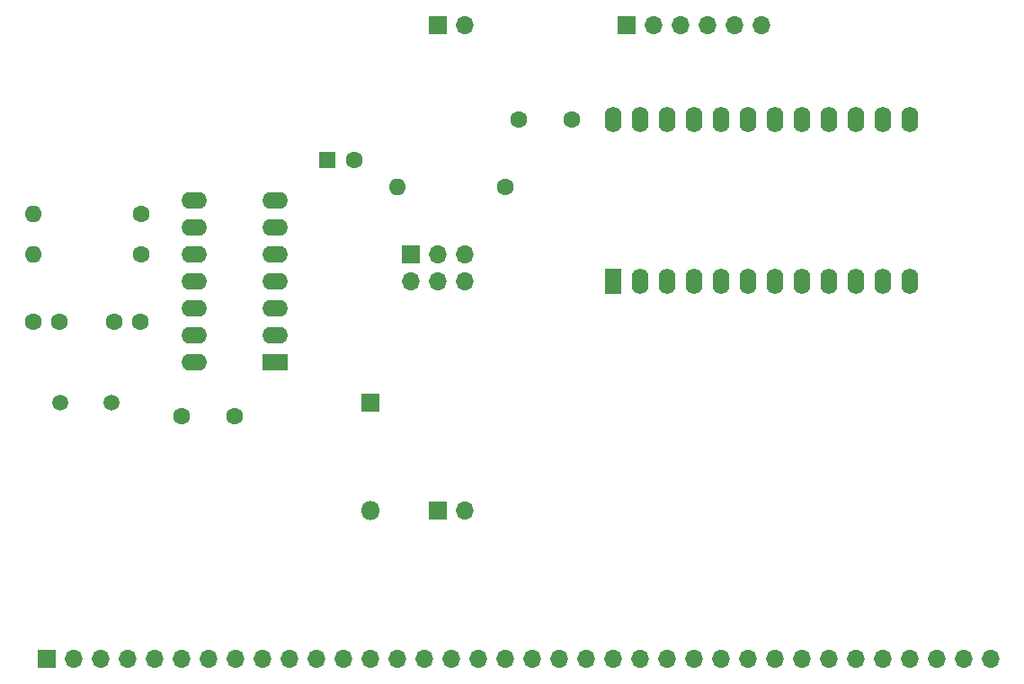
<source format=gbr>
%TF.GenerationSoftware,KiCad,Pcbnew,6.0.11+dfsg-1*%
%TF.CreationDate,2026-01-02T12:46:01+01:00*%
%TF.ProjectId,6750seriale,36373530-7365-4726-9961-6c652e6b6963,rev?*%
%TF.SameCoordinates,Original*%
%TF.FileFunction,Soldermask,Top*%
%TF.FilePolarity,Negative*%
%FSLAX46Y46*%
G04 Gerber Fmt 4.6, Leading zero omitted, Abs format (unit mm)*
G04 Created by KiCad (PCBNEW 6.0.11+dfsg-1) date 2026-01-02 12:46:01*
%MOMM*%
%LPD*%
G01*
G04 APERTURE LIST*
%ADD10R,1.700000X1.700000*%
%ADD11O,1.700000X1.700000*%
%ADD12R,1.800000X1.800000*%
%ADD13O,1.800000X1.800000*%
%ADD14C,1.600000*%
%ADD15O,1.600000X1.600000*%
%ADD16C,1.500000*%
%ADD17R,1.600000X2.400000*%
%ADD18O,1.600000X2.400000*%
%ADD19R,1.600000X1.600000*%
%ADD20R,2.400000X1.600000*%
%ADD21O,2.400000X1.600000*%
G04 APERTURE END LIST*
D10*
%TO.C,RESET*%
X127000000Y-116840000D03*
D11*
X129540000Y-116840000D03*
%TD*%
D10*
%TO.C,VCC*%
X127000000Y-71120000D03*
D11*
X129540000Y-71120000D03*
%TD*%
D12*
%TO.C,4148*%
X120650000Y-106680000D03*
D13*
X120650000Y-116840000D03*
%TD*%
D14*
%TO.C,1k*%
X99060000Y-92710000D03*
D15*
X88900000Y-92710000D03*
%TD*%
D14*
%TO.C,22pF*%
X88900000Y-99060000D03*
X91400000Y-99060000D03*
%TD*%
D10*
%TO.C,REF\u002A\u002A*%
X90170000Y-130810000D03*
D11*
X92710000Y-130810000D03*
X95250000Y-130810000D03*
X97790000Y-130810000D03*
X100330000Y-130810000D03*
X102870000Y-130810000D03*
X105410000Y-130810000D03*
X107950000Y-130810000D03*
X110490000Y-130810000D03*
X113030000Y-130810000D03*
X115570000Y-130810000D03*
X118110000Y-130810000D03*
X120650000Y-130810000D03*
X123190000Y-130810000D03*
X125730000Y-130810000D03*
X128270000Y-130810000D03*
X130810000Y-130810000D03*
X133350000Y-130810000D03*
X135890000Y-130810000D03*
X138430000Y-130810000D03*
X140970000Y-130810000D03*
X143510000Y-130810000D03*
X146050000Y-130810000D03*
X148590000Y-130810000D03*
X151130000Y-130810000D03*
X153670000Y-130810000D03*
X156210000Y-130810000D03*
X158750000Y-130810000D03*
X161290000Y-130810000D03*
X163830000Y-130810000D03*
X166370000Y-130810000D03*
X168910000Y-130810000D03*
X171450000Y-130810000D03*
X173990000Y-130810000D03*
X176530000Y-130810000D03*
X179070000Y-130810000D03*
%TD*%
D14*
%TO.C,100nF*%
X134620000Y-80010000D03*
X139620000Y-80010000D03*
%TD*%
%TO.C,REF\u002A\u002A*%
X102910000Y-107950000D03*
X107910000Y-107950000D03*
%TD*%
%TO.C,100k*%
X133350000Y-86360000D03*
D15*
X123190000Y-86360000D03*
%TD*%
D16*
%TO.C,73728*%
X91440000Y-106680000D03*
X96340000Y-106680000D03*
%TD*%
D17*
%TO.C,MC68B50*%
X143505000Y-95230000D03*
D18*
X146045000Y-95230000D03*
X148585000Y-95230000D03*
X151125000Y-95230000D03*
X153665000Y-95230000D03*
X156205000Y-95230000D03*
X158745000Y-95230000D03*
X161285000Y-95230000D03*
X163825000Y-95230000D03*
X166365000Y-95230000D03*
X168905000Y-95230000D03*
X171445000Y-95230000D03*
X171445000Y-79990000D03*
X168905000Y-79990000D03*
X166365000Y-79990000D03*
X163825000Y-79990000D03*
X161285000Y-79990000D03*
X158745000Y-79990000D03*
X156205000Y-79990000D03*
X153665000Y-79990000D03*
X151125000Y-79990000D03*
X148585000Y-79990000D03*
X146045000Y-79990000D03*
X143505000Y-79990000D03*
%TD*%
D10*
%TO.C,REF\u002A\u002A*%
X144780000Y-71120000D03*
D11*
X147320000Y-71120000D03*
X149860000Y-71120000D03*
X152400000Y-71120000D03*
X154940000Y-71120000D03*
X157480000Y-71120000D03*
%TD*%
D14*
%TO.C,22pF*%
X96520000Y-99060000D03*
X99020000Y-99060000D03*
%TD*%
D10*
%TO.C,REF\u002A\u002A*%
X124475000Y-92690000D03*
D11*
X124475000Y-95230000D03*
X127015000Y-92690000D03*
X127015000Y-95230000D03*
X129555000Y-92690000D03*
X129555000Y-95230000D03*
%TD*%
D19*
%TO.C,REF\u002A\u002A*%
X116650888Y-83820000D03*
D14*
X119150888Y-83820000D03*
%TD*%
D20*
%TO.C,74HC00*%
X111750000Y-102875000D03*
D21*
X111750000Y-100335000D03*
X111750000Y-97795000D03*
X111750000Y-95255000D03*
X111750000Y-92715000D03*
X111750000Y-90175000D03*
X111750000Y-87635000D03*
X104130000Y-87635000D03*
X104130000Y-90175000D03*
X104130000Y-92715000D03*
X104130000Y-95255000D03*
X104130000Y-97795000D03*
X104130000Y-100335000D03*
X104130000Y-102875000D03*
%TD*%
D14*
%TO.C,1M*%
X99060000Y-88900000D03*
D15*
X88900000Y-88900000D03*
%TD*%
M02*

</source>
